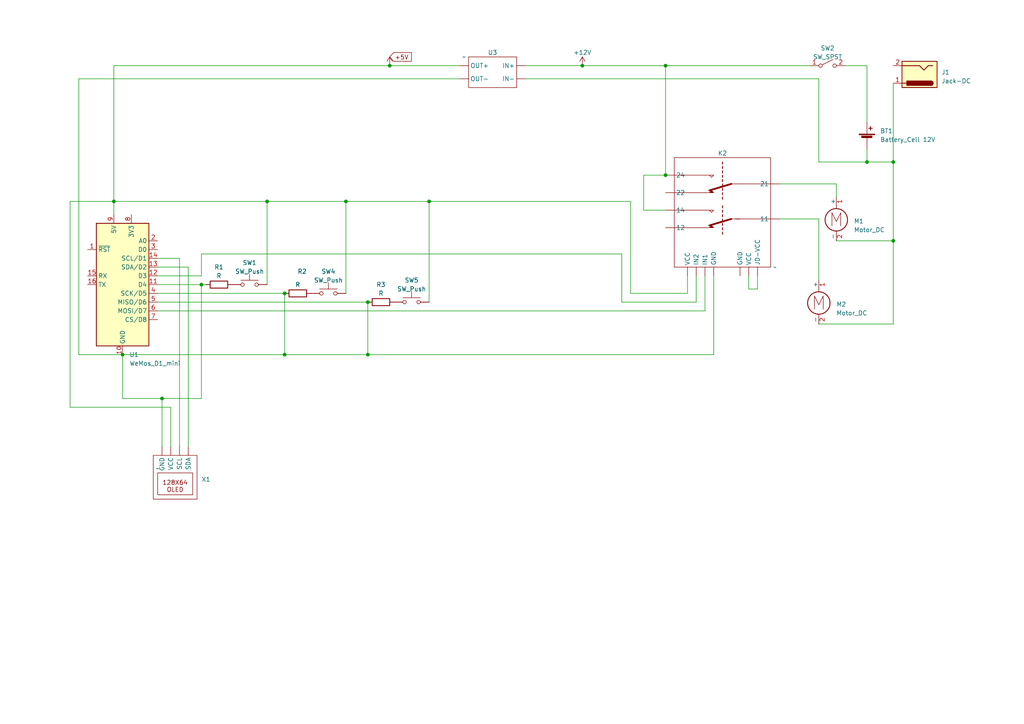
<source format=kicad_sch>
(kicad_sch (version 20230121) (generator eeschema)
  (paper "A4")
  (lib_symbols
    (symbol "Connector:Jack-DC" (pin_names (offset 1.016))
      (property "Reference" "J" (at 0 5.334 0))
      (property "Value" "Jack-DC" (at 0 -5.08 0))
      (symbol "Jack-DC_0_1"
        (rectangle (start -5.08 3.81) (end 5.08 -3.81) (stroke (width 0.254)) (fill (type background)))
        (arc (start -3.302 3.175) (mid -3.9343 2.54) (end -3.302 1.905) (stroke (width 0.254)))
        (arc (start -3.302 3.175) (mid -3.9343 2.54) (end -3.302 1.905) (stroke (width 0.254)) (fill (type outline)))
        (polyline (pts (xy 5.08 2.54) (xy 3.81 2.54)) (stroke (width 0.254)))
        (polyline (pts (xy -3.81 -2.54) (xy -2.54 -2.54) (xy -1.27 -1.27) (xy 0 -2.54) (xy 2.54 -2.54) (xy 5.08 -2.54)) (stroke (width 0.254)))
        (rectangle (start 3.683 3.175) (end -3.302 1.905) (stroke (width 0.254)) (fill (type outline)))
      )
      (symbol "Jack-DC_1_1"
        (pin passive line (at 7.62 2.54 180) (length 2.54) (name "~") (number "1"))
        (pin passive line (at 7.62 -2.54 180) (length 2.54) (name "~") (number "2"))
      )
    )
    (symbol "Device:Battery_Cell" (pin_numbers hide) (pin_names (offset 0) hide)
      (property "Reference" "BT" (at 2.54 2.54 0))
      (property "Value" "Battery_Cell" (at 2.54 0 0))
      (symbol "Battery_Cell_0_1"
        (rectangle (start -2.286 1.778) (end 2.286 1.524) (fill (type outline)))
        (rectangle (start -1.5748 1.1938) (end 1.4732 0.6858) (fill (type outline)))
        (polyline (pts (xy 0 0.762) (xy 0 0)))
        (polyline (pts (xy 0 1.778) (xy 0 2.54)))
        (polyline (pts (xy 0.508 3.429) (xy 1.524 3.429)) (stroke (width 0.254)))
        (polyline (pts (xy 1.016 3.937) (xy 1.016 2.921)) (stroke (width 0.254)))
      )
      (symbol "Battery_Cell_1_1"
        (pin passive line (at 0 5.08 270) (length 2.54) (name "+") (number "1"))
        (pin passive line (at 0 -2.54 90) (length 2.54) (name "-") (number "2"))
      )
    )
    (symbol "Device:R" (pin_numbers hide) (pin_names (offset 0))
      (property "Reference" "R" (at 2.032 0 90))
      (property "Value" "R" (at 0 0 90))
      (symbol "R_0_1"
        (rectangle (start -1.016 -2.54) (end 1.016 2.54) (stroke (width 0.254)))
      )
      (symbol "R_1_1"
        (pin passive line (at 0 3.81 270) (length 1.27) (name "~") (number "1"))
        (pin passive line (at 0 -3.81 90) (length 1.27) (name "~") (number "2"))
      )
    )
    (symbol "MCU_Module:WeMos_D1_mini"
      (property "Reference" "U" (at 3.81 19.05 0))
      (property "Value" "WeMos_D1_mini" (at 1.27 -19.05 0))
      (symbol "WeMos_D1_mini_1_1"
        (rectangle (start -7.62 17.78) (end 7.62 -17.78) (stroke (width 0.254)) (fill (type background)))
        (pin input line (at -10.16 10.16 0) (length 2.54) (name "~{RST}") (number "1"))
        (pin power_in line (at 0 -20.32 90) (length 2.54) (name "GND") (number "10"))
        (pin bidirectional line (at 10.16 0 180) (length 2.54) (name "D4") (number "11"))
        (pin bidirectional line (at 10.16 2.54 180) (length 2.54) (name "D3") (number "12"))
        (pin bidirectional line (at 10.16 5.08 180) (length 2.54) (name "SDA/D2") (number "13"))
        (pin bidirectional line (at 10.16 7.62 180) (length 2.54) (name "SCL/D1") (number "14"))
        (pin input line (at -10.16 2.54 0) (length 2.54) (name "RX") (number "15"))
        (pin output line (at -10.16 0 0) (length 2.54) (name "TX") (number "16"))
        (pin input line (at 10.16 12.7 180) (length 2.54) (name "A0") (number "2"))
        (pin bidirectional line (at 10.16 10.16 180) (length 2.54) (name "D0") (number "3"))
        (pin bidirectional line (at 10.16 -2.54 180) (length 2.54) (name "SCK/D5") (number "4"))
        (pin bidirectional line (at 10.16 -5.08 180) (length 2.54) (name "MISO/D6") (number "5"))
        (pin bidirectional line (at 10.16 -7.62 180) (length 2.54) (name "MOSI/D7") (number "6"))
        (pin bidirectional line (at 10.16 -10.16 180) (length 2.54) (name "CS/D8") (number "7"))
        (pin power_out line (at 2.54 20.32 270) (length 2.54) (name "3V3") (number "8"))
        (pin power_in line (at -2.54 20.32 270) (length 2.54) (name "5V") (number "9"))
      )
    )
    (symbol "Motor:Motor_DC" (pin_names (offset 0))
      (property "Reference" "M" (at 2.54 2.54 0))
      (property "Value" "Motor_DC" (at 2.54 -5.08 0))
      (symbol "Motor_DC_0_0"
        (polyline (pts (xy -1.27 -3.302) (xy -1.27 0.508) (xy 0 -2.032) (xy 1.27 0.508) (xy 1.27 -3.302)))
      )
      (symbol "Motor_DC_0_1"
        (circle (center 0 -1.524) (radius 3.2512) (stroke (width 0.254)))
        (polyline (pts (xy 0 -7.62) (xy 0 -7.112)))
        (polyline (pts (xy 0 -4.7752) (xy 0 -5.1816)))
        (polyline (pts (xy 0 1.7272) (xy 0 2.0828)))
        (polyline (pts (xy 0 2.032) (xy 0 2.54)))
      )
      (symbol "Motor_DC_1_1"
        (pin passive line (at 0 5.08 270) (length 2.54) (name "+") (number "1"))
        (pin passive line (at 0 -7.62 90) (length 2.54) (name "-") (number "2"))
      )
    )
    (symbol "New_Library:128x64Oled"
      (property "Reference" "X" (at -2.54 2.54 0))
      (symbol "128x64Oled_0_1"
        (rectangle (start -1.27 3.81) (end 11.43 -8.89))
        (rectangle (start 0 -1.27) (end 10.16 -7.62))
      )
      (symbol "128x64Oled_1_1"
        (text "128X64\nOLED" (at 5.08 -5.08 0) (effects (font (size 1.27 1.27))))
        (pin input line (at 1.27 6.35 270) (length 2.54) (name "GND") (number ""))
        (pin input line (at 6.35 6.35 270) (length 2.54) (name "SCL") (number ""))
        (pin input line (at 8.89 6.35 270) (length 2.54) (name "SDA") (number ""))
        (pin input line (at 3.81 6.35 270) (length 2.54) (name "VCC") (number ""))
      )
    )
    (symbol "New_Library:2ChRelayOptocoupler"
      (property "Reference" "K" (at 0 0 0))
      (symbol "2ChRelayOptocoupler_0_1"
        (polyline (pts (xy 1.27 -24.13) (xy 10.16 -24.13)))
        (polyline (pts (xy 1.27 -13.97) (xy 11.43 -13.97)))
        (polyline (pts (xy 12.7 -24.13) (xy 10.16 -24.13)))
        (polyline (pts (xy 12.7 -24.13) (xy 19.05 -22.225)) (stroke (width 0.508)))
        (polyline (pts (xy 12.7 -13.97) (xy 10.16 -13.97)))
        (polyline (pts (xy 12.7 -13.97) (xy 19.05 -12.065)) (stroke (width 0.508)))
        (polyline (pts (xy 15.24 -29.845) (xy 15.24 -30.48)) (stroke (width 0.254)))
        (polyline (pts (xy 15.24 -28.575) (xy 15.24 -29.21)) (stroke (width 0.254)))
        (polyline (pts (xy 15.24 -27.305) (xy 15.24 -27.94)) (stroke (width 0.254)))
        (polyline (pts (xy 15.24 -26.035) (xy 15.24 -26.67)) (stroke (width 0.254)))
        (polyline (pts (xy 15.24 -24.765) (xy 15.24 -25.4)) (stroke (width 0.254)))
        (polyline (pts (xy 15.24 -23.495) (xy 15.24 -24.13)) (stroke (width 0.254)))
        (polyline (pts (xy 15.24 -22.225) (xy 15.24 -22.86)) (stroke (width 0.254)))
        (polyline (pts (xy 15.24 -20.955) (xy 15.24 -21.59)) (stroke (width 0.254)))
        (polyline (pts (xy 15.24 -19.685) (xy 15.24 -20.32)) (stroke (width 0.254)))
        (polyline (pts (xy 15.24 -17.145) (xy 15.24 -17.78)) (stroke (width 0.254)))
        (polyline (pts (xy 15.24 -15.875) (xy 15.24 -16.51)) (stroke (width 0.254)))
        (polyline (pts (xy 15.24 -14.605) (xy 15.24 -15.24)) (stroke (width 0.254)))
        (polyline (pts (xy 15.24 -13.335) (xy 15.24 -13.97)) (stroke (width 0.254)))
        (polyline (pts (xy 15.24 -12.065) (xy 15.24 -12.7)) (stroke (width 0.254)))
        (polyline (pts (xy 15.24 -10.795) (xy 15.24 -11.43)) (stroke (width 0.254)))
        (polyline (pts (xy 15.24 -9.525) (xy 15.24 -10.16)) (stroke (width 0.254)))
        (polyline (pts (xy 20.32 -26.67) (xy 29.21 -26.67)))
        (polyline (pts (xy 20.32 -21.59) (xy 29.21 -21.59)))
        (polyline (pts (xy 20.32 -16.51) (xy 29.21 -16.51)))
        (polyline (pts (xy 20.32 -11.43) (xy 29.21 -11.43)))
        (polyline (pts (xy 20.32 -26.67) (xy 17.78 -26.67) (xy 18.415 -26.035) (xy 19.05 -26.67)))
        (polyline (pts (xy 20.32 -21.59) (xy 17.78 -21.59) (xy 18.415 -22.225) (xy 19.05 -21.59)) (fill (type outline)))
        (polyline (pts (xy 20.32 -16.51) (xy 17.78 -16.51) (xy 18.415 -15.875) (xy 19.05 -16.51)))
        (polyline (pts (xy 20.32 -11.43) (xy 17.78 -11.43) (xy 18.415 -12.065) (xy 19.05 -11.43)) (fill (type outline)))
        (rectangle (start 1.27 0) (end 29.21 -31.75))
      )
      (symbol "2ChRelayOptocoupler_1_1"
        (pin input line (at -1.27 -13.97 0) (length 2.54) (name "11") (number ""))
        (pin input line (at 31.75 -11.43 180) (length 2.54) (name "12") (number ""))
        (pin input line (at 31.75 -16.51 180) (length 2.54) (name "14") (number ""))
        (pin input line (at -1.27 -24.13 0) (length 2.54) (name "21") (number ""))
        (pin input line (at 31.75 -21.59 180) (length 2.54) (name "22") (number ""))
        (pin input line (at 31.75 -26.67 180) (length 2.54) (name "24") (number ""))
        (pin input line (at 10.16 2.54 270) (length 2.54) (name "GND") (number ""))
        (pin input line (at 17.78 2.54 270) (length 2.54) (name "GND") (number ""))
        (pin input line (at 20.32 2.54 270) (length 2.54) (name "IN1") (number ""))
        (pin input line (at 22.86 2.54 270) (length 2.54) (name "IN2") (number ""))
        (pin input line (at 5.08 2.54 270) (length 2.54) (name "JD-VCC") (number ""))
        (pin input line (at 7.62 2.54 270) (length 2.54) (name "VCC") (number ""))
        (pin input line (at 25.4 2.54 270) (length 2.54) (name "VCC") (number ""))
      )
    )
    (symbol "New_Library:DC-DC_12V_5V_3A_CONVERTER"
      (property "Reference" "U" (at 0 0 0))
      (symbol "DC-DC_12V_5V_3A_CONVERTER_0_1"
        (rectangle (start 1.27 0) (end 15.24 -8.89))
      )
      (symbol "DC-DC_12V_5V_3A_CONVERTER_1_1"
        (pin input line (at 17.78 -2.54 180) (length 2.54) (name "IN+") (number ""))
        (pin input line (at 17.78 -6.35 180) (length 2.54) (name "IN-") (number ""))
        (pin input line (at -1.27 -2.54 0) (length 2.54) (name "OUT+") (number ""))
        (pin input line (at -1.27 -6.35 0) (length 2.54) (name "OUT-") (number ""))
      )
    )
    (symbol "Switch:SW_Push" (pin_numbers hide) (pin_names (offset 1.016) hide)
      (property "Reference" "SW" (at 1.27 2.54 0))
      (property "Value" "SW_Push" (at 0 -1.524 0))
      (symbol "SW_Push_0_1"
        (circle (center -2.032 0) (radius 0.508))
        (polyline (pts (xy 0 1.27) (xy 0 3.048)))
        (polyline (pts (xy 2.54 1.27) (xy -2.54 1.27)))
        (circle (center 2.032 0) (radius 0.508))
        (pin passive line (at -5.08 0 0) (length 2.54) (name "1") (number "1"))
        (pin passive line (at 5.08 0 180) (length 2.54) (name "2") (number "2"))
      )
    )
    (symbol "Switch:SW_SPST" (pin_names (offset 0) hide)
      (property "Reference" "SW" (at 0 3.175 0))
      (property "Value" "SW_SPST" (at 0 -2.54 0))
      (symbol "SW_SPST_0_0"
        (circle (center -2.032 0) (radius 0.508))
        (polyline (pts (xy -1.524 0.254) (xy 1.524 1.778)))
        (circle (center 2.032 0) (radius 0.508))
      )
      (symbol "SW_SPST_1_1"
        (pin passive line (at -5.08 0 0) (length 2.54) (name "A") (number "1"))
        (pin passive line (at 5.08 0 180) (length 2.54) (name "B") (number "2"))
      )
    )
    (symbol "power:+12V" (power) (pin_names (offset 0))
      (property "Value" "+12V" (at 0 3.556 0))
      (symbol "+12V_0_1"
        (polyline (pts (xy -0.762 1.27) (xy 0 2.54)))
        (polyline (pts (xy 0 0) (xy 0 2.54)))
        (polyline (pts (xy 0 2.54) (xy 0.762 1.27)))
      )
      (symbol "+12V_1_1"
        (pin power_in line (at 0 0 90) (length 0) hide (name "+12V") (number "1"))
      )
    )
  )
  (junction (at 33.02 58.42))
  (junction (at 82.55 102.87))
  (junction (at 251.46 46.99))
  (junction (at 106.68 87.63))
  (junction (at 100.33 58.42))
  (junction (at 113.03 19.05))
  (junction (at 77.47 58.42))
  (junction (at 259.08 69.85))
  (junction (at 46.99 115.57))
  (junction (at 193.04 50.8))
  (junction (at 35.56 102.87))
  (junction (at 259.08 46.99))
  (junction (at 193.04 19.05))
  (junction (at 106.68 102.87))
  (junction (at 168.91 19.05))
  (junction (at 82.55 85.09))
  (junction (at 124.46 58.42))
  (junction (at 58.42 82.55))
  (wire (pts (xy 182.88 58.42) (xy 182.88 85.09)))
  (wire (pts (xy 52.07 129.54) (xy 52.07 74.93)))
  (wire (pts (xy 58.42 82.55) (xy 58.42 115.57)))
  (wire (pts (xy 124.46 58.42) (xy 124.46 87.63)))
  (wire (pts (xy 193.04 19.05) (xy 234.95 19.05)))
  (wire (pts (xy 106.68 102.87) (xy 207.01 102.87)))
  (wire (pts (xy 251.46 43.18) (xy 251.46 46.99)))
  (wire (pts (xy 33.02 58.42) (xy 77.47 58.42)))
  (wire (pts (xy 45.72 80.01) (xy 58.42 80.01)))
  (wire (pts (xy 77.47 58.42) (xy 100.33 58.42)))
  (wire (pts (xy 226.06 53.34) (xy 242.57 53.34)))
  (wire (pts (xy 45.72 90.17) (xy 204.47 90.17)))
  (wire (pts (xy 201.93 87.63) (xy 180.34 87.63)))
  (wire (pts (xy 20.32 58.42) (xy 33.02 58.42)))
  (wire (pts (xy 52.07 74.93) (xy 45.72 74.93)))
  (wire (pts (xy 20.32 118.11) (xy 20.32 58.42)))
  (wire (pts (xy 35.56 102.87) (xy 35.56 115.57)))
  (wire (pts (xy 199.39 80.01) (xy 199.39 85.09)))
  (wire (pts (xy 100.33 58.42) (xy 124.46 58.42)))
  (wire (pts (xy 168.91 19.05) (xy 193.04 19.05)))
  (wire (pts (xy 46.99 115.57) (xy 46.99 129.54)))
  (wire (pts (xy 22.86 102.87) (xy 35.56 102.87)))
  (wire (pts (xy 54.61 77.47) (xy 54.61 129.54)))
  (wire (pts (xy 259.08 46.99) (xy 251.46 46.99)))
  (wire (pts (xy 152.4 22.86) (xy 237.49 22.86)))
  (wire (pts (xy 245.11 19.05) (xy 251.46 19.05)))
  (wire (pts (xy 46.99 115.57) (xy 58.42 115.57)))
  (wire (pts (xy 133.35 19.05) (xy 113.03 19.05)))
  (wire (pts (xy 100.33 58.42) (xy 100.33 85.09)))
  (wire (pts (xy 237.49 46.99) (xy 251.46 46.99)))
  (wire (pts (xy 186.69 60.96) (xy 186.69 50.8)))
  (wire (pts (xy 152.4 19.05) (xy 168.91 19.05)))
  (wire (pts (xy 193.04 60.96) (xy 186.69 60.96)))
  (wire (pts (xy 49.53 129.54) (xy 49.53 118.11)))
  (wire (pts (xy 77.47 58.42) (xy 77.47 82.55)))
  (wire (pts (xy 251.46 19.05) (xy 251.46 35.56)))
  (wire (pts (xy 219.71 80.01) (xy 219.71 83.82)))
  (wire (pts (xy 45.72 87.63) (xy 106.68 87.63)))
  (wire (pts (xy 259.08 24.13) (xy 259.08 46.99)))
  (wire (pts (xy 180.34 73.66) (xy 180.34 87.63)))
  (wire (pts (xy 133.35 22.86) (xy 22.86 22.86)))
  (wire (pts (xy 58.42 80.01) (xy 58.42 73.66)))
  (wire (pts (xy 113.03 19.05) (xy 33.02 19.05)))
  (wire (pts (xy 237.49 22.86) (xy 237.49 46.99)))
  (wire (pts (xy 82.55 102.87) (xy 106.68 102.87)))
  (wire (pts (xy 58.42 73.66) (xy 180.34 73.66)))
  (wire (pts (xy 49.53 118.11) (xy 20.32 118.11)))
  (wire (pts (xy 35.56 115.57) (xy 46.99 115.57)))
  (wire (pts (xy 237.49 63.5) (xy 237.49 81.28)))
  (wire (pts (xy 259.08 93.98) (xy 259.08 69.85)))
  (wire (pts (xy 217.17 80.01) (xy 217.17 83.82)))
  (wire (pts (xy 45.72 82.55) (xy 58.42 82.55)))
  (wire (pts (xy 226.06 63.5) (xy 237.49 63.5)))
  (wire (pts (xy 259.08 46.99) (xy 259.08 69.85)))
  (wire (pts (xy 259.08 69.85) (xy 242.57 69.85)))
  (wire (pts (xy 124.46 58.42) (xy 182.88 58.42)))
  (wire (pts (xy 242.57 53.34) (xy 242.57 57.15)))
  (wire (pts (xy 35.56 102.87) (xy 82.55 102.87)))
  (wire (pts (xy 106.68 102.87) (xy 106.68 87.63)))
  (wire (pts (xy 186.69 50.8) (xy 193.04 50.8)))
  (wire (pts (xy 82.55 102.87) (xy 82.55 85.09)))
  (wire (pts (xy 217.17 83.82) (xy 219.71 83.82)))
  (wire (pts (xy 207.01 102.87) (xy 207.01 80.01)))
  (wire (pts (xy 45.72 85.09) (xy 82.55 85.09)))
  (wire (pts (xy 237.49 93.98) (xy 259.08 93.98)))
  (wire (pts (xy 58.42 82.55) (xy 59.69 82.55)))
  (wire (pts (xy 22.86 22.86) (xy 22.86 102.87)))
  (wire (pts (xy 441.96 76.2) (xy 441.96 59.69)))
  (wire (pts (xy 193.04 19.05) (xy 193.04 50.8)))
  (wire (pts (xy 45.72 77.47) (xy 54.61 77.47)))
  (wire (pts (xy 182.88 85.09) (xy 199.39 85.09)))
  (wire (pts (xy 33.02 62.23) (xy 33.02 58.42)))
  (wire (pts (xy 201.93 80.01) (xy 201.93 87.63)))
  (wire (pts (xy 33.02 19.05) (xy 33.02 58.42)))
  (wire (pts (xy 204.47 80.01) (xy 204.47 90.17)))
  (global_label "+5V" (shape input) (at 113.03 16.51 0) (property "Intersheetrefs" "${INTERSHEET_REFS}" (effects hide)))
  (symbol (lib_id "Motor:Motor_DC") (at 237.49 86.36 0) (unit 1)
    (property "Reference" "M2" (at 242.57 88.265 0) (effects (justify left)))
    (property "Value" "Motor_DC" (at 242.57 90.805 0) (effects (justify left)))
  )
  (symbol (lib_id "New_Library:2ChRelayOptocoupler") (at 224.79 77.47 180) (unit 1)
    (property "Reference" "K2" (at 209.55 44.45 0))
    (property "Value" "~" (at 224.79 77.47 0))
  )
  (symbol (lib_id "power:+12V") (at 113.03 19.05 0) (unit 1)
    (property "Reference" "#PWR02" (effects hide))
    (property "Value" "+12V" (effects hide))
  )
  (symbol (lib_id "Device:R") (at 63.5 82.55 90) (unit 1)
    (property "Reference" "R1" (at 63.5 77.47 90))
    (property "Value" "R" (at 63.5 80.01 90))
  )
  (symbol (lib_id "Motor:Motor_DC") (at 242.57 62.23 0) (unit 1)
    (property "Reference" "M1" (at 247.65 64.135 0) (effects (justify left)))
    (property "Value" "Motor_DC" (at 247.65 66.675 0) (effects (justify left)))
  )
  (symbol (lib_id "Device:R") (at 86.36 85.09 90) (unit 1)
    (property "Reference" "R2" (at 87.63 78.74 90))
    (property "Value" "R" (at 86.36 82.55 90))
  )
  (symbol (lib_id "Device:R") (at 110.49 87.63 90) (unit 1)
    (property "Reference" "R3" (at 110.49 82.55 90))
    (property "Value" "R" (at 110.49 85.09 90))
  )
  (symbol (lib_id "New_Library:128x64Oled") (at 45.72 135.89 0) (unit 1)
    (property "Reference" "X1" (at 58.42 139.065 0) (effects (justify left)))
    (property "Value" "~" (at 45.72 135.89 0))
  )
  (symbol (lib_id "New_Library:DC-DC_12V_5V_3A_CONVERTER") (at 134.62 16.51 0) (unit 1)
    (property "Reference" "U3" (at 142.875 15.24 0))
    (property "Value" "~" (at 134.62 16.51 0))
  )
  (symbol (lib_id "Switch:SW_Push") (at 95.25 85.09 0) (unit 1)
    (property "Reference" "SW4" (at 95.25 78.74 0))
    (property "Value" "SW_Push" (at 95.25 81.28 0))
  )
  (symbol (lib_id "Connector:Jack-DC") (at 266.7 21.59 180) (unit 1)
    (property "Reference" "J1" (at 273.05 20.955 0) (effects (justify right)))
    (property "Value" "Jack-DC" (at 273.05 23.495 0) (effects (justify right)))
  )
  (symbol (lib_id "MCU_Module:WeMos_D1_mini") (at 35.56 82.55 0) (unit 1)
    (property "Reference" "U1" (at 37.5159 102.87 0) (effects (justify left)))
    (property "Value" "WeMos_D1_mini" (at 37.5159 105.41 0) (effects (justify left)))
    (property "Footprint" "Module:WEMOS_D1_mini_light" (effects hide))
    (property "Datasheet" "https://wiki.wemos.cc/products:d1:d1_mini#documentation" (effects hide))
  )
  (symbol (lib_id "Switch:SW_SPST") (at 240.03 19.05 0) (unit 1)
    (property "Reference" "SW2" (at 240.03 13.97 0))
    (property "Value" "SW_SPST" (at 240.03 16.51 0))
  )
  (symbol (lib_id "power:+12V") (at 168.91 19.05 0) (unit 1)
    (property "Reference" "#PWR01" (effects hide))
    (property "Value" "+12V" (at 168.91 15.24 0))
  )
  (symbol (lib_id "Device:Battery_Cell") (at 251.46 40.64 0) (unit 1)
    (property "Reference" "BT1" (at 255.27 37.973 0) (effects (justify left)))
    (property "Value" "Battery_Cell 12V" (at 255.27 40.513 0) (effects (justify left)))
  )
  (symbol (lib_id "Switch:SW_Push") (at 72.39 82.55 0) (unit 1)
    (property "Reference" "SW1" (at 72.39 76.2 0))
    (property "Value" "SW_Push" (at 72.39 78.74 0))
  )
  (symbol (lib_id "Switch:SW_Push") (at 119.38 87.63 0) (unit 1)
    (property "Reference" "SW5" (at 119.38 81.28 0))
    (property "Value" "SW_Push" (at 119.38 83.82 0))
  )
)
</source>
